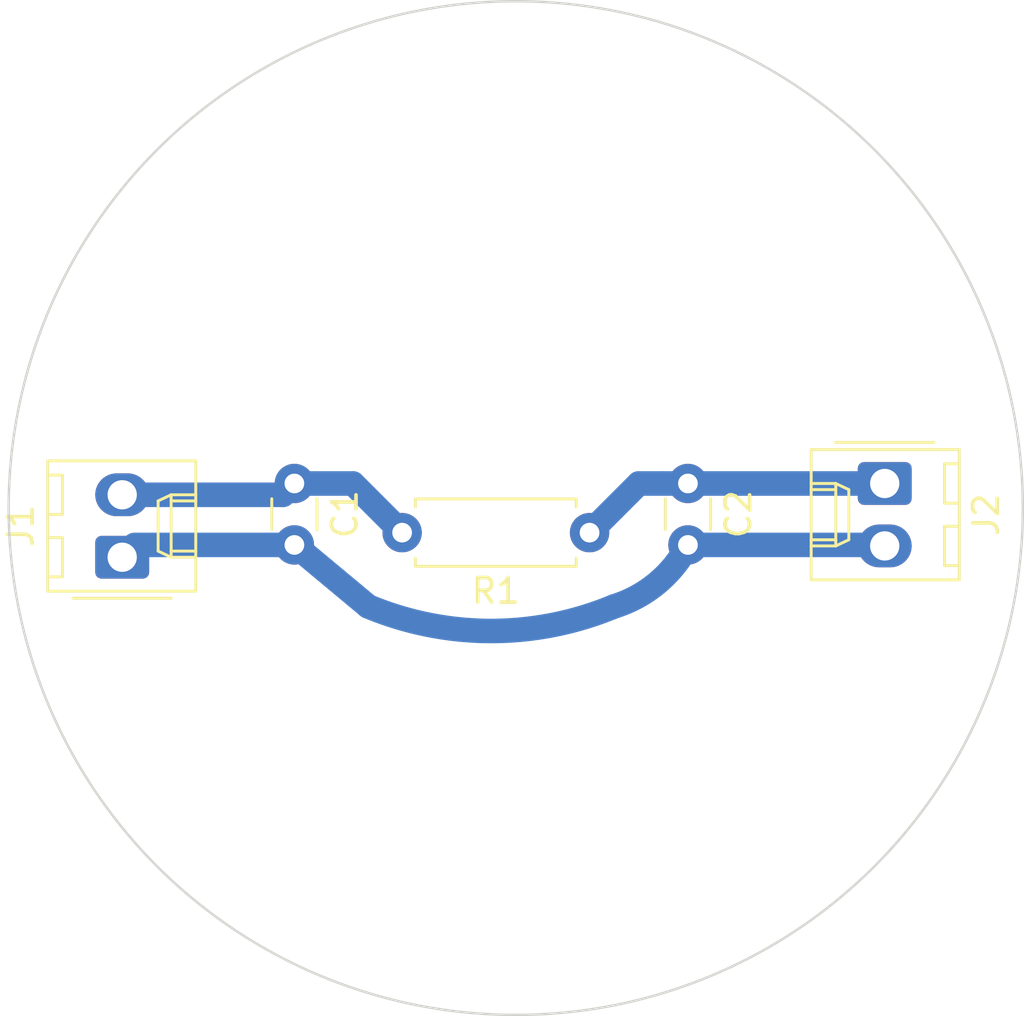
<source format=kicad_pcb>
(kicad_pcb (version 20211014) (generator pcbnew)
  (layers (0 "F.Cu" signal) (31 "B.Cu" signal) (34 "B.Paste" user) (35 "F.Paste" user) (36 "B.SilkS" user "B.Silkscreen") (37 "F.SilkS" user "F.Silkscreen") (38 "B.Mask" user) (39 "F.Mask" user) (44 "Edge.Cuts" user))
  (net 0 "")
  (net 1 "Net-(C1-Pad1)")
  (net 2 "GND")
  (net 3 "Net-(C2-Pad1)")
  (footprint "Capacitor_THT:C_Disc_D3.0mm_W1.6mm_P2.50mm" (layer "F.Cu") (at 121 104 -90)
    (fp_text reference "C1" (at 1.25 -2.05 90) (layer "F.SilkS"))
    (fp_text value "100nF")
    (fp_line (start 0.621 -0.92) (end 1.879 -0.92) (layer "F.SilkS") (width 0.12))
    (fp_line (start 0.621 0.92) (end 1.879 0.92) (layer "F.SilkS") (width 0.12))
    (pad "1" thru_hole circle (at 0 0 270) (size 1.6 1.6) (drill 0.8) (layers *.Cu *.Mask) (net 1 "Net-(C1-Pad1)"))
    (pad "2" thru_hole circle (at 2.5 0 270) (size 1.6 1.6) (drill 0.8) (layers *.Cu *.Mask) (net 2 "GND"))
  )
  (footprint "Connector_Molex:Molex_KK-254_AE-6410-02A_1x02_P2.54mm_Vertical" (layer "F.Cu") (at 145 104 -90)
    (fp_text reference "J2" (at 1.27 -4.12 90) (layer "F.SilkS"))
    (fp_text value "Out")
    (fp_line (start 3.92 2.99) (end 3.92 -3.03) (layer "F.SilkS") (width 0.12))
    (fp_line (start 1.74 -2.43) (end 3.34 -2.43) (layer "F.SilkS") (width 0.12))
    (fp_line (start 0 1.99) (end 0.25 1.46) (layer "F.SilkS") (width 0.12))
    (fp_line (start 3.34 -2.43) (end 3.34 -3.03) (layer "F.SilkS") (width 0.12))
    (fp_line (start 0 2.99) (end 0 1.99) (layer "F.SilkS") (width 0.12))
    (fp_line (start -0.8 -3.03) (end -0.8 -2.43) (layer "F.SilkS") (width 0.12))
    (fp_line (start 3.92 -3.03) (end -1.38 -3.03) (layer "F.SilkS") (width 0.12))
    (fp_line (start 2.29 2.99) (end 2.29 1.99) (layer "F.SilkS") (width 0.12))
    (fp_line (start 0.8 -2.43) (end 0.8 -3.03) (layer "F.SilkS") (width 0.12))
    (fp_line (start 0.25 2.99) (end 0.25 1.99) (layer "F.SilkS") (width 0.12))
    (fp_line (start -1.38 -3.03) (end -1.38 2.99) (layer "F.SilkS") (width 0.12))
    (fp_line (start -1.38 2.99) (end 3.92 2.99) (layer "F.SilkS") (width 0.12))
    (fp_line (start 0.25 1.46) (end 2.29 1.46) (layer "F.SilkS") (width 0.12))
    (fp_line (start 2.54 1.99) (end 2.54 2.99) (layer "F.SilkS") (width 0.12))
    (fp_line (start -0.8 -2.43) (end 0.8 -2.43) (layer "F.SilkS") (width 0.12))
    (fp_line (start -1.67 -2) (end -1.67 2) (layer "F.SilkS") (width 0.12))
    (fp_line (start 1.74 -3.03) (end 1.74 -2.43) (layer "F.SilkS") (width 0.12))
    (fp_line (start 0 1.99) (end 2.54 1.99) (layer "F.SilkS") (width 0.12))
    (fp_line (start 2.29 1.46) (end 2.54 1.99) (layer "F.SilkS") (width 0.12))
    (pad "1" thru_hole roundrect (at 0 0 270) (size 1.74 2.19) (drill 1.19) (layers *.Cu *.Mask) (roundrect_rratio 0.143678) (net 3 "Net-(C2-Pad1)"))
    (pad "2" thru_hole oval (at 2.54 0 270) (size 1.74 2.19) (drill 1.19) (layers *.Cu *.Mask) (net 2 "GND"))
  )
  (footprint "Connector_Molex:Molex_KK-254_AE-6410-02A_1x02_P2.54mm_Vertical" (layer "F.Cu") (at 114 107 90)
    (fp_text reference "J1" (at 1.27 -4.12 90) (layer "F.SilkS"))
    (fp_text value "In")
    (fp_line (start 1.74 -2.43) (end 3.34 -2.43) (layer "F.SilkS") (width 0.12))
    (fp_line (start 3.34 -2.43) (end 3.34 -3.03) (layer "F.SilkS") (width 0.12))
    (fp_line (start 0.25 2.99) (end 0.25 1.99) (layer "F.SilkS") (width 0.12))
    (fp_line (start 0.25 1.46) (end 2.29 1.46) (layer "F.SilkS") (width 0.12))
    (fp_line (start -1.38 2.99) (end 3.92 2.99) (layer "F.SilkS") (width 0.12))
    (fp_line (start 1.74 -3.03) (end 1.74 -2.43) (layer "F.SilkS") (width 0.12))
    (fp_line (start -0.8 -3.03) (end -0.8 -2.43) (layer "F.SilkS") (width 0.12))
    (fp_line (start 0 2.99) (end 0 1.99) (layer "F.SilkS") (width 0.12))
    (fp_line (start 0 1.99) (end 2.54 1.99) (layer "F.SilkS") (width 0.12))
    (fp_line (start 3.92 2.99) (end 3.92 -3.03) (layer "F.SilkS") (width 0.12))
    (fp_line (start -1.67 -2) (end -1.67 2) (layer "F.SilkS") (width 0.12))
    (fp_line (start 2.54 1.99) (end 2.54 2.99) (layer "F.SilkS") (width 0.12))
    (fp_line (start 0 1.99) (end 0.25 1.46) (layer "F.SilkS") (width 0.12))
    (fp_line (start -1.38 -3.03) (end -1.38 2.99) (layer "F.SilkS") (width 0.12))
    (fp_line (start 0.8 -2.43) (end 0.8 -3.03) (layer "F.SilkS") (width 0.12))
    (fp_line (start 2.29 1.46) (end 2.54 1.99) (layer "F.SilkS") (width 0.12))
    (fp_line (start 3.92 -3.03) (end -1.38 -3.03) (layer "F.SilkS") (width 0.12))
    (fp_line (start -0.8 -2.43) (end 0.8 -2.43) (layer "F.SilkS") (width 0.12))
    (fp_line (start 2.29 2.99) (end 2.29 1.99) (layer "F.SilkS") (width 0.12))
    (pad "1" thru_hole roundrect (at 0 0 90) (size 1.74 2.19) (drill 1.19) (layers *.Cu *.Mask) (roundrect_rratio 0.143678) (net 2 "GND"))
    (pad "2" thru_hole oval (at 2.54 0 90) (size 1.74 2.19) (drill 1.19) (layers *.Cu *.Mask) (net 1 "Net-(C1-Pad1)"))
  )
  (footprint "Resistor_THT:R_Axial_DIN0207_L6.3mm_D2.5mm_P7.62mm_Horizontal" (layer "F.Cu") (at 133 106 180)
    (fp_text reference "R1" (at 3.81 -2.37) (layer "F.SilkS"))
    (fp_text value "1k")
    (fp_line (start 7.08 1.37) (end 7.08 1.04) (layer "F.SilkS") (width 0.12))
    (fp_line (start 0.54 1.37) (end 7.08 1.37) (layer "F.SilkS") (width 0.12))
    (fp_line (start 0.54 -1.37) (end 7.08 -1.37) (layer "F.SilkS") (width 0.12))
    (fp_line (start 0.54 1.04) (end 0.54 1.37) (layer "F.SilkS") (width 0.12))
    (fp_line (start 0.54 -1.04) (end 0.54 -1.37) (layer "F.SilkS") (width 0.12))
    (fp_line (start 7.08 -1.37) (end 7.08 -1.04) (layer "F.SilkS") (width 0.12))
    (pad "1" thru_hole circle (at 0 0 180) (size 1.6 1.6) (drill 0.8) (layers *.Cu *.Mask) (net 3 "Net-(C2-Pad1)"))
    (pad "2" thru_hole oval (at 7.62 0 180) (size 1.6 1.6) (drill 0.8) (layers *.Cu *.Mask) (net 1 "Net-(C1-Pad1)"))
  )
  (footprint "Capacitor_THT:C_Disc_D3.0mm_W1.6mm_P2.50mm" (layer "F.Cu") (at 137 104 -90)
    (fp_text reference "C2" (at 1.25 -2.05 90) (layer "F.SilkS"))
    (fp_text value "100nF")
    (fp_line (start 0.621 0.92) (end 1.879 0.92) (layer "F.SilkS") (width 0.12))
    (fp_line (start 0.621 -0.92) (end 1.879 -0.92) (layer "F.SilkS") (width 0.12))
    (pad "1" thru_hole circle (at 0 0 270) (size 1.6 1.6) (drill 0.8) (layers *.Cu *.Mask) (net 3 "Net-(C2-Pad1)"))
    (pad "2" thru_hole circle (at 2.5 0 270) (size 1.6 1.6) (drill 0.8) (layers *.Cu *.Mask) (net 2 "GND"))
  )
  (gr_circle (center 130 105) (end 110 110) (layer "Edge.Cuts") (width 0.1) (fill none))
  (segment (start 120.54 104.46) (end 121 104) (width 1) (layer "B.Cu") (net 1))
  (segment (start 114 104.46) (end 120.54 104.46) (width 1) (layer "B.Cu") (net 1))
  (segment (start 121 104) (end 123.38 104) (width 1) (layer "B.Cu") (net 1))
  (segment (start 123.38 104) (end 125.38 106) (width 1) (layer "B.Cu") (net 1))
  (segment (start 144.96 106.5) (end 145 106.54) (width 0.25) (layer "B.Cu") (net 2))
  (segment (start 137 106.5) (end 144.96 106.5) (width 1) (layer "B.Cu") (net 2))
  (segment (start 114 107) (end 114.5 106.5) (width 0.25) (layer "B.Cu") (net 2))
  (segment (start 114.5 106.5) (end 121 106.5) (width 1) (layer "B.Cu") (net 2))
  (segment (start 121 106.5) (end 124 109) (width 1) (layer "B.Cu") (net 2))
  (arc (start 134 109) (mid 135.75 108.05) (end 137 106.5) (width 1) (layer "B.Cu") (net 2))
  (arc (start 124 109) (mid 129 110) (end 134 109) (width 1) (layer "B.Cu") (net 2))
  (segment (start 133 106) (end 135 104) (width 1) (layer "B.Cu") (net 3))
  (segment (start 135 104) (end 136 104) (width 1) (layer "B.Cu") (net 3))
  (segment (start 136 104) (end 137 104) (width 0.25) (layer "B.Cu") (net 3))
  (segment (start 136 104) (end 145 104) (width 1) (layer "B.Cu") (net 3))
)
</source>
